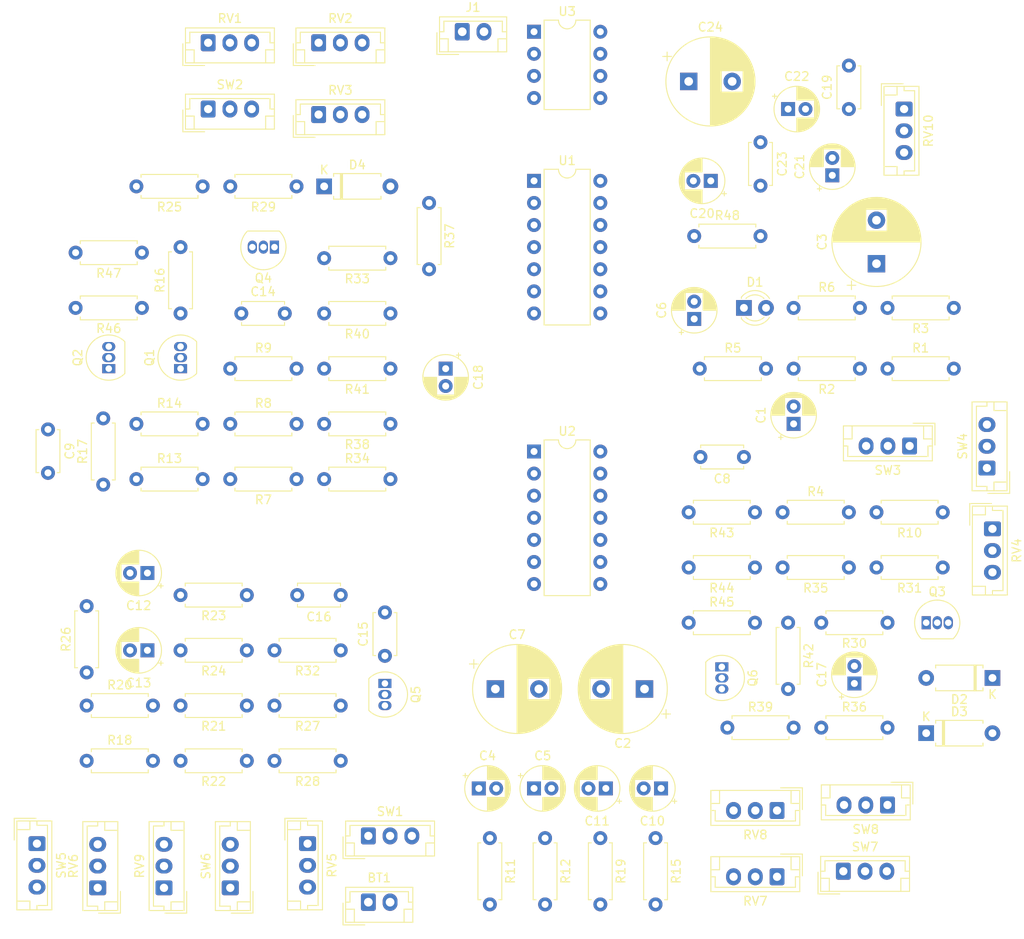
<source format=kicad_pcb>
(kicad_pcb (version 20171130) (host pcbnew "(5.1.10)-1")
  (layers (0 F.Cu signal) (31 B.Cu signal) (34 B.Paste user) (35 F.Paste user) (36 B.SilkS user) (37 F.SilkS user) (38 B.Mask user) (39 F.Mask user) (44 Edge.Cuts user))
  (net 0 "")
  (net 1 BN)
  (net 2 "Net-(BT1-Pad1)")
  (net 3 "Net-(C1-Pad1)")
  (net 4 BP)
  (net 5 "Net-(C3-Pad1)")
  (net 6 VG)
  (net 7 "Net-(C6-Pad1)")
  (net 8 "Net-(C8-Pad2)")
  (net 9 "Net-(C8-Pad1)")
  (net 10 "Net-(C9-Pad1)")
  (net 11 "Net-(C9-Pad2)")
  (net 12 "Net-(C12-Pad2)")
  (net 13 "Net-(C12-Pad1)")
  (net 14 "Net-(C13-Pad1)")
  (net 15 "Net-(C13-Pad2)")
  (net 16 "Net-(C14-Pad1)")
  (net 17 RMP)
  (net 18 "Net-(C15-Pad2)")
  (net 19 "Net-(C15-Pad1)")
  (net 20 A)
  (net 21 "Net-(C16-Pad2)")
  (net 22 "Net-(C17-Pad1)")
  (net 23 "Net-(C18-Pad1)")
  (net 24 "Net-(C19-Pad1)")
  (net 25 "Net-(C21-Pad1)")
  (net 26 "Net-(C22-Pad1)")
  (net 27 "Net-(C22-Pad2)")
  (net 28 "Net-(C23-Pad2)")
  (net 29 "Net-(C23-Pad1)")
  (net 30 "Net-(C24-Pad2)")
  (net 31 "Net-(D1-Pad2)")
  (net 32 "Net-(D2-Pad1)")
  (net 33 "Net-(D2-Pad2)")
  (net 34 "Net-(D3-Pad2)")
  (net 35 "Net-(D4-Pad1)")
  (net 36 "Net-(D4-Pad2)")
  (net 37 "Net-(Q1-Pad1)")
  (net 38 "Net-(Q1-Pad2)")
  (net 39 "Net-(Q3-Pad2)")
  (net 40 "Net-(Q3-Pad1)")
  (net 41 "Net-(Q4-Pad3)")
  (net 42 "Net-(Q5-Pad3)")
  (net 43 AREG)
  (net 44 "Net-(Q6-Pad3)")
  (net 45 "Net-(R1-Pad1)")
  (net 46 "Net-(R4-Pad1)")
  (net 47 "Net-(R7-Pad1)")
  (net 48 "Net-(R14-Pad2)")
  (net 49 "Net-(R8-Pad2)")
  (net 50 "Net-(R9-Pad2)")
  (net 51 "Net-(R18-Pad1)")
  (net 52 "Net-(R21-Pad2)")
  (net 53 "Net-(R21-Pad1)")
  (net 54 "Net-(R30-Pad2)")
  (net 55 "Net-(R33-Pad1)")
  (net 56 "Net-(R34-Pad1)")
  (net 57 "Net-(R36-Pad2)")
  (net 58 "Net-(R40-Pad1)")
  (net 59 "Net-(R43-Pad1)")
  (net 60 "Net-(R43-Pad2)")
  (net 61 SQR)
  (net 62 "Net-(R47-Pad1)")
  (net 63 LFO)
  (net 64 "Net-(RV3-Pad1)")
  (net 65 "Net-(RV5-Pad1)")
  (net 66 "Net-(RV10-Pad2)")
  (module Package_DIP:DIP-14_W7.62mm (layer F.Cu) (at 125.73 93.98)
    (fp_text reference U2 (at 3.81 -2.33) (layer F.SilkS))
    (fp_text value LM324)
    (pad 1 thru_hole rect (at 0 0) (size 1.6 1.6) (drill 0.8) (layers *.Cu *.Mask) (net 20 A))
    (pad 8 thru_hole oval (at 7.62 15.24) (size 1.6 1.6) (drill 0.8) (layers *.Cu *.Mask) (net 38 "Net-(Q1-Pad2)"))
    (pad 2 thru_hole oval (at 0 2.54) (size 1.6 1.6) (drill 0.8) (layers *.Cu *.Mask) (net 18 "Net-(C15-Pad2)"))
    (pad 9 thru_hole oval (at 7.62 12.7) (size 1.6 1.6) (drill 0.8) (layers *.Cu *.Mask) (net 48 "Net-(R14-Pad2)"))
    (pad 3 thru_hole oval (at 0 5.08) (size 1.6 1.6) (drill 0.8) (layers *.Cu *.Mask) (net 6 VG))
    (pad 10 thru_hole oval (at 7.62 10.16) (size 1.6 1.6) (drill 0.8) (layers *.Cu *.Mask) (net 6 VG))
    (pad 4 thru_hole oval (at 0 7.62) (size 1.6 1.6) (drill 0.8) (layers *.Cu *.Mask) (net 4 BP))
    (pad 11 thru_hole oval (at 7.62 7.62) (size 1.6 1.6) (drill 0.8) (layers *.Cu *.Mask) (net 1 BN))
    (pad 5 thru_hole oval (at 0 10.16) (size 1.6 1.6) (drill 0.8) (layers *.Cu *.Mask) (net 58 "Net-(R40-Pad1)"))
    (pad 12 thru_hole oval (at 7.62 5.08) (size 1.6 1.6) (drill 0.8) (layers *.Cu *.Mask) (net 59 "Net-(R43-Pad1)"))
    (pad 6 thru_hole oval (at 0 12.7) (size 1.6 1.6) (drill 0.8) (layers *.Cu *.Mask) (net 23 "Net-(C18-Pad1)"))
    (pad 13 thru_hole oval (at 7.62 2.54) (size 1.6 1.6) (drill 0.8) (layers *.Cu *.Mask) (net 43 AREG))
    (pad 7 thru_hole oval (at 0 15.24) (size 1.6 1.6) (drill 0.8) (layers *.Cu *.Mask) (net 62 "Net-(R47-Pad1)"))
    (pad 14 thru_hole oval (at 7.62 0) (size 1.6 1.6) (drill 0.8) (layers *.Cu *.Mask) (net 60 "Net-(R43-Pad2)"))
  )
  (module Package_DIP:DIP-14_W7.62mm (layer F.Cu) (at 125.73 62.865)
    (fp_text reference U1 (at 3.81 -2.33) (layer F.SilkS))
    (fp_text value LM324)
    (pad 14 thru_hole oval (at 7.62 0) (size 1.6 1.6) (drill 0.8) (layers *.Cu *.Mask) (net 11 "Net-(C9-Pad2)"))
    (pad 7 thru_hole oval (at 0 15.24) (size 1.6 1.6) (drill 0.8) (layers *.Cu *.Mask) (net 36 "Net-(D4-Pad2)"))
    (pad 13 thru_hole oval (at 7.62 2.54) (size 1.6 1.6) (drill 0.8) (layers *.Cu *.Mask) (net 10 "Net-(C9-Pad1)"))
    (pad 6 thru_hole oval (at 0 12.7) (size 1.6 1.6) (drill 0.8) (layers *.Cu *.Mask) (net 56 "Net-(R34-Pad1)"))
    (pad 12 thru_hole oval (at 7.62 5.08) (size 1.6 1.6) (drill 0.8) (layers *.Cu *.Mask) (net 6 VG))
    (pad 5 thru_hole oval (at 0 10.16) (size 1.6 1.6) (drill 0.8) (layers *.Cu *.Mask) (net 55 "Net-(R33-Pad1)"))
    (pad 11 thru_hole oval (at 7.62 7.62) (size 1.6 1.6) (drill 0.8) (layers *.Cu *.Mask) (net 1 BN))
    (pad 4 thru_hole oval (at 0 7.62) (size 1.6 1.6) (drill 0.8) (layers *.Cu *.Mask) (net 4 BP))
    (pad 10 thru_hole oval (at 7.62 10.16) (size 1.6 1.6) (drill 0.8) (layers *.Cu *.Mask) (net 45 "Net-(R1-Pad1)"))
    (pad 3 thru_hole oval (at 0 5.08) (size 1.6 1.6) (drill 0.8) (layers *.Cu *.Mask) (net 6 VG))
    (pad 9 thru_hole oval (at 7.62 12.7) (size 1.6 1.6) (drill 0.8) (layers *.Cu *.Mask) (net 3 "Net-(C1-Pad1)"))
    (pad 2 thru_hole oval (at 0 2.54) (size 1.6 1.6) (drill 0.8) (layers *.Cu *.Mask) (net 16 "Net-(C14-Pad1)"))
    (pad 8 thru_hole oval (at 7.62 15.24) (size 1.6 1.6) (drill 0.8) (layers *.Cu *.Mask) (net 8 "Net-(C8-Pad2)"))
    (pad 1 thru_hole rect (at 0 0) (size 1.6 1.6) (drill 0.8) (layers *.Cu *.Mask) (net 17 RMP))
  )
  (module Connector_JST:JST_EH_B2B-EH-A_1x02_P2.50mm_Vertical (layer F.Cu) (at 106.68 145.796)
    (fp_text reference BT1 (at 1.25 -2.8) (layer F.SilkS))
    (fp_text value 9V)
    (pad 2 thru_hole oval (at 2.5 0) (size 1.7 2) (drill 1) (layers *.Cu *.Mask) (net 1 BN))
    (pad 1 thru_hole roundrect (at 0 0) (size 1.7 2) (drill 1) (layers *.Cu *.Mask) (roundrect_rratio 0.147059) (net 2 "Net-(BT1-Pad1)"))
  )
  (module Capacitor_THT:CP_Radial_D5.0mm_P2.00mm (layer F.Cu) (at 155.575 90.805 90)
    (fp_text reference C1 (at 1 -3.75 90) (layer F.SilkS))
    (fp_text value 1uF)
    (pad 2 thru_hole circle (at 2 0 90) (size 1.6 1.6) (drill 0.8) (layers *.Cu *.Mask) (net 1 BN))
    (pad 1 thru_hole rect (at 0 0 90) (size 1.6 1.6) (drill 0.8) (layers *.Cu *.Mask) (net 3 "Net-(C1-Pad1)"))
  )
  (module Capacitor_THT:CP_Radial_D10.0mm_P5.00mm (layer F.Cu) (at 138.43 121.285 180)
    (fp_text reference C2 (at 2.5 -6.25) (layer F.SilkS))
    (fp_text value 470uF)
    (pad 2 thru_hole circle (at 5 0 180) (size 2 2) (drill 1) (layers *.Cu *.Mask) (net 1 BN))
    (pad 1 thru_hole rect (at 0 0 180) (size 2 2) (drill 1) (layers *.Cu *.Mask) (net 4 BP))
  )
  (module Capacitor_THT:CP_Radial_D10.0mm_P5.00mm (layer F.Cu) (at 165.1 72.39 90)
    (fp_text reference C3 (at 2.5 -6.25 90) (layer F.SilkS))
    (fp_text value 470uF)
    (pad 1 thru_hole rect (at 0 0 90) (size 2 2) (drill 1) (layers *.Cu *.Mask) (net 5 "Net-(C3-Pad1)"))
    (pad 2 thru_hole circle (at 5 0 90) (size 2 2) (drill 1) (layers *.Cu *.Mask) (net 1 BN))
  )
  (module Capacitor_THT:CP_Radial_D5.0mm_P2.00mm (layer F.Cu) (at 119.38 132.715)
    (fp_text reference C4 (at 1 -3.75) (layer F.SilkS))
    (fp_text value 10uF)
    (pad 1 thru_hole rect (at 0 0) (size 1.6 1.6) (drill 0.8) (layers *.Cu *.Mask) (net 4 BP))
    (pad 2 thru_hole circle (at 2 0) (size 1.6 1.6) (drill 0.8) (layers *.Cu *.Mask) (net 6 VG))
  )
  (module Capacitor_THT:CP_Radial_D5.0mm_P2.00mm (layer F.Cu) (at 125.73 132.715)
    (fp_text reference C5 (at 1 -3.75) (layer F.SilkS))
    (fp_text value 10uF)
    (pad 1 thru_hole rect (at 0 0) (size 1.6 1.6) (drill 0.8) (layers *.Cu *.Mask) (net 6 VG))
    (pad 2 thru_hole circle (at 2 0) (size 1.6 1.6) (drill 0.8) (layers *.Cu *.Mask) (net 1 BN))
  )
  (module Capacitor_THT:CP_Radial_D5.0mm_P2.00mm (layer F.Cu) (at 144.145 78.74 90)
    (fp_text reference C6 (at 1 -3.75 90) (layer F.SilkS))
    (fp_text value 1uF)
    (pad 1 thru_hole rect (at 0 0 90) (size 1.6 1.6) (drill 0.8) (layers *.Cu *.Mask) (net 7 "Net-(C6-Pad1)"))
    (pad 2 thru_hole circle (at 2 0 90) (size 1.6 1.6) (drill 0.8) (layers *.Cu *.Mask) (net 1 BN))
  )
  (module Capacitor_THT:CP_Radial_D10.0mm_P5.00mm (layer F.Cu) (at 121.285 121.285)
    (fp_text reference C7 (at 2.5 -6.25) (layer F.SilkS))
    (fp_text value 470uF)
    (pad 1 thru_hole rect (at 0 0) (size 2 2) (drill 1) (layers *.Cu *.Mask) (net 6 VG))
    (pad 2 thru_hole circle (at 5 0) (size 2 2) (drill 1) (layers *.Cu *.Mask) (net 1 BN))
  )
  (module Capacitor_THT:C_Disc_D4.7mm_W2.5mm_P5.00mm (layer F.Cu) (at 149.86 94.615 180)
    (fp_text reference C8 (at 2.5 -2.5) (layer F.SilkS))
    (fp_text value 1nF)
    (pad 2 thru_hole circle (at 5 0 180) (size 1.6 1.6) (drill 0.8) (layers *.Cu *.Mask) (net 8 "Net-(C8-Pad2)"))
    (pad 1 thru_hole circle (at 0 0 180) (size 1.6 1.6) (drill 0.8) (layers *.Cu *.Mask) (net 9 "Net-(C8-Pad1)"))
  )
  (module Capacitor_THT:C_Disc_D4.7mm_W2.5mm_P5.00mm (layer F.Cu) (at 69.85 91.44 270)
    (fp_text reference C9 (at 2.5 -2.5 90) (layer F.SilkS))
    (fp_text value 100pF)
    (pad 2 thru_hole circle (at 5 0 270) (size 1.6 1.6) (drill 0.8) (layers *.Cu *.Mask) (net 11 "Net-(C9-Pad2)"))
    (pad 1 thru_hole circle (at 0 0 270) (size 1.6 1.6) (drill 0.8) (layers *.Cu *.Mask) (net 10 "Net-(C9-Pad1)"))
  )
  (module Capacitor_THT:CP_Radial_D5.0mm_P2.00mm (layer F.Cu) (at 140.335 132.715 180)
    (fp_text reference C10 (at 1 -3.75) (layer F.SilkS))
    (fp_text value 10uF)
    (pad 1 thru_hole rect (at 0 0 180) (size 1.6 1.6) (drill 0.8) (layers *.Cu *.Mask) (net 4 BP))
    (pad 2 thru_hole circle (at 2 0 180) (size 1.6 1.6) (drill 0.8) (layers *.Cu *.Mask) (net 6 VG))
  )
  (module Capacitor_THT:CP_Radial_D5.0mm_P2.00mm (layer F.Cu) (at 133.985 132.715 180)
    (fp_text reference C11 (at 1 -3.75) (layer F.SilkS))
    (fp_text value 10uF)
    (pad 2 thru_hole circle (at 2 0 180) (size 1.6 1.6) (drill 0.8) (layers *.Cu *.Mask) (net 1 BN))
    (pad 1 thru_hole rect (at 0 0 180) (size 1.6 1.6) (drill 0.8) (layers *.Cu *.Mask) (net 6 VG))
  )
  (module Capacitor_THT:CP_Radial_D5.0mm_P2.00mm (layer F.Cu) (at 81.28 107.95 180)
    (fp_text reference C12 (at 1 -3.75) (layer F.SilkS))
    (fp_text value 0.1uF)
    (pad 2 thru_hole circle (at 2 0 180) (size 1.6 1.6) (drill 0.8) (layers *.Cu *.Mask) (net 12 "Net-(C12-Pad2)"))
    (pad 1 thru_hole rect (at 0 0 180) (size 1.6 1.6) (drill 0.8) (layers *.Cu *.Mask) (net 13 "Net-(C12-Pad1)"))
  )
  (module Capacitor_THT:CP_Radial_D5.0mm_P2.00mm (layer F.Cu) (at 81.28 116.84 180)
    (fp_text reference C13 (at 1 -3.75) (layer F.SilkS))
    (fp_text value 0.1uF)
    (pad 1 thru_hole rect (at 0 0 180) (size 1.6 1.6) (drill 0.8) (layers *.Cu *.Mask) (net 14 "Net-(C13-Pad1)"))
    (pad 2 thru_hole circle (at 2 0 180) (size 1.6 1.6) (drill 0.8) (layers *.Cu *.Mask) (net 15 "Net-(C13-Pad2)"))
  )
  (module Capacitor_THT:C_Disc_D4.7mm_W2.5mm_P5.00mm (layer F.Cu) (at 92.075 78.105)
    (fp_text reference C14 (at 2.5 -2.5) (layer F.SilkS))
    (fp_text value .001uF)
    (pad 2 thru_hole circle (at 5 0) (size 1.6 1.6) (drill 0.8) (layers *.Cu *.Mask) (net 17 RMP))
    (pad 1 thru_hole circle (at 0 0) (size 1.6 1.6) (drill 0.8) (layers *.Cu *.Mask) (net 16 "Net-(C14-Pad1)"))
  )
  (module Capacitor_THT:C_Disc_D4.7mm_W2.5mm_P5.00mm (layer F.Cu) (at 108.585 117.475 90)
    (fp_text reference C15 (at 2.5 -2.5 90) (layer F.SilkS))
    (fp_text value .001uF)
    (pad 2 thru_hole circle (at 5 0 90) (size 1.6 1.6) (drill 0.8) (layers *.Cu *.Mask) (net 18 "Net-(C15-Pad2)"))
    (pad 1 thru_hole circle (at 0 0 90) (size 1.6 1.6) (drill 0.8) (layers *.Cu *.Mask) (net 19 "Net-(C15-Pad1)"))
  )
  (module Capacitor_THT:C_Disc_D4.7mm_W2.5mm_P5.00mm (layer F.Cu) (at 103.505 110.49 180)
    (fp_text reference C16 (at 2.5 -2.5) (layer F.SilkS))
    (fp_text value .001uF)
    (pad 1 thru_hole circle (at 0 0 180) (size 1.6 1.6) (drill 0.8) (layers *.Cu *.Mask) (net 20 A))
    (pad 2 thru_hole circle (at 5 0 180) (size 1.6 1.6) (drill 0.8) (layers *.Cu *.Mask) (net 21 "Net-(C16-Pad2)"))
  )
  (module Capacitor_THT:CP_Radial_D5.0mm_P2.00mm (layer F.Cu) (at 162.56 120.65 90)
    (fp_text reference C17 (at 1 -3.75 90) (layer F.SilkS))
    (fp_text value 4.7uF)
    (pad 2 thru_hole circle (at 2 0 90) (size 1.6 1.6) (drill 0.8) (layers *.Cu *.Mask) (net 1 BN))
    (pad 1 thru_hole rect (at 0 0 90) (size 1.6 1.6) (drill 0.8) (layers *.Cu *.Mask) (net 22 "Net-(C17-Pad1)"))
  )
  (module Capacitor_THT:CP_Radial_D5.0mm_P2.00mm (layer F.Cu) (at 115.57 84.455 270)
    (fp_text reference C18 (at 1 -3.75 90) (layer F.SilkS))
    (fp_text value 0.1uF)
    (pad 2 thru_hole circle (at 2 0 270) (size 1.6 1.6) (drill 0.8) (layers *.Cu *.Mask) (net 1 BN))
    (pad 1 thru_hole rect (at 0 0 270) (size 1.6 1.6) (drill 0.8) (layers *.Cu *.Mask) (net 23 "Net-(C18-Pad1)"))
  )
  (module Capacitor_THT:C_Disc_D4.7mm_W2.5mm_P5.00mm (layer F.Cu) (at 161.925 54.61 90)
    (fp_text reference C19 (at 2.5 -2.5 90) (layer F.SilkS))
    (fp_text value 1uF)
    (pad 1 thru_hole circle (at 0 0 90) (size 1.6 1.6) (drill 0.8) (layers *.Cu *.Mask) (net 24 "Net-(C19-Pad1)"))
    (pad 2 thru_hole circle (at 5 0 90) (size 1.6 1.6) (drill 0.8) (layers *.Cu *.Mask) (net 20 A))
  )
  (module Capacitor_THT:CP_Radial_D5.0mm_P2.00mm (layer F.Cu) (at 146.05 62.865 180)
    (fp_text reference C20 (at 1 -3.75) (layer F.SilkS))
    (fp_text value 0.1uF)
    (pad 2 thru_hole circle (at 2 0 180) (size 1.6 1.6) (drill 0.8) (layers *.Cu *.Mask) (net 1 BN))
    (pad 1 thru_hole rect (at 0 0 180) (size 1.6 1.6) (drill 0.8) (layers *.Cu *.Mask) (net 4 BP))
  )
  (module Capacitor_THT:CP_Radial_D5.0mm_P2.00mm (layer F.Cu) (at 160.02 62.23 90)
    (fp_text reference C21 (at 1 -3.75 90) (layer F.SilkS))
    (fp_text value 10uF)
    (pad 2 thru_hole circle (at 2 0 90) (size 1.6 1.6) (drill 0.8) (layers *.Cu *.Mask) (net 1 BN))
    (pad 1 thru_hole rect (at 0 0 90) (size 1.6 1.6) (drill 0.8) (layers *.Cu *.Mask) (net 25 "Net-(C21-Pad1)"))
  )
  (module Capacitor_THT:CP_Radial_D5.0mm_P2.00mm (layer F.Cu) (at 154.94 54.61)
    (fp_text reference C22 (at 1 -3.75) (layer F.SilkS))
    (fp_text value 10uF)
    (pad 1 thru_hole rect (at 0 0) (size 1.6 1.6) (drill 0.8) (layers *.Cu *.Mask) (net 26 "Net-(C22-Pad1)"))
    (pad 2 thru_hole circle (at 2 0) (size 1.6 1.6) (drill 0.8) (layers *.Cu *.Mask) (net 27 "Net-(C22-Pad2)"))
  )
  (module Capacitor_THT:C_Disc_D4.7mm_W2.5mm_P5.00mm (layer F.Cu) (at 151.765 58.42 270)
    (fp_text reference C23 (at 2.5 -2.5 90) (layer F.SilkS))
    (fp_text value .047uF)
    (pad 2 thru_hole circle (at 5 0 270) (size 1.6 1.6) (drill 0.8) (layers *.Cu *.Mask) (net 28 "Net-(C23-Pad2)"))
    (pad 1 thru_hole circle (at 0 0 270) (size 1.6 1.6) (drill 0.8) (layers *.Cu *.Mask) (net 29 "Net-(C23-Pad1)"))
  )
  (module Capacitor_THT:CP_Radial_D10.0mm_P5.00mm (layer F.Cu) (at 143.51 51.435)
    (fp_text reference C24 (at 2.5 -6.25) (layer F.SilkS))
    (fp_text value 220uF)
    (pad 2 thru_hole circle (at 5 0) (size 2 2) (drill 1) (layers *.Cu *.Mask) (net 30 "Net-(C24-Pad2)"))
    (pad 1 thru_hole rect (at 0 0) (size 2 2) (drill 1) (layers *.Cu *.Mask) (net 29 "Net-(C23-Pad1)"))
  )
  (module LED_THT:LED_D3.0mm (layer F.Cu) (at 149.86 77.47)
    (fp_text reference D1 (at 1.27 -2.96) (layer F.SilkS))
    (fp_text value LED)
    (pad 1 thru_hole rect (at 0 0) (size 1.8 1.8) (drill 0.9) (layers *.Cu *.Mask) (net 8 "Net-(C8-Pad2)"))
    (pad 2 thru_hole circle (at 2.54 0) (size 1.8 1.8) (drill 0.9) (layers *.Cu *.Mask) (net 31 "Net-(D1-Pad2)"))
  )
  (module Diode_THT:D_A-405_P7.62mm_Horizontal (layer F.Cu) (at 178.435 120.015 180)
    (fp_text reference D2 (at 3.81 -2.47) (layer F.SilkS))
    (fp_text value D)
    (fp_text user K (at 0 -1.9) (layer F.SilkS))
    (pad 1 thru_hole rect (at 0 0 180) (size 1.8 1.8) (drill 0.9) (layers *.Cu *.Mask) (net 32 "Net-(D2-Pad1)"))
    (pad 2 thru_hole oval (at 7.62 0 180) (size 1.8 1.8) (drill 0.9) (layers *.Cu *.Mask) (net 33 "Net-(D2-Pad2)"))
  )
  (module Diode_THT:D_A-405_P7.62mm_Horizontal (layer F.Cu) (at 170.815 126.365)
    (fp_text reference D3 (at 3.81 -2.47) (layer F.SilkS))
    (fp_text value D)
    (fp_text user K (at 0 -1.9) (layer F.SilkS))
    (pad 2 thru_hole oval (at 7.62 0) (size 1.8 1.8) (drill 0.9) (layers *.Cu *.Mask) (net 34 "Net-(D3-Pad2)"))
    (pad 1 thru_hole rect (at 0 0) (size 1.8 1.8) (drill 0.9) (layers *.Cu *.Mask) (net 33 "Net-(D2-Pad2)"))
  )
  (module Diode_THT:D_A-405_P7.62mm_Horizontal (layer F.Cu) (at 101.6 63.5)
    (fp_text reference D4 (at 3.81 -2.47) (layer F.SilkS))
    (fp_text value D)
    (fp_text user K (at 0 -1.9) (layer F.SilkS))
    (pad 2 thru_hole oval (at 7.62 0) (size 1.8 1.8) (drill 0.9) (layers *.Cu *.Mask) (net 36 "Net-(D4-Pad2)"))
    (pad 1 thru_hole rect (at 0 0) (size 1.8 1.8) (drill 0.9) (layers *.Cu *.Mask) (net 35 "Net-(D4-Pad1)"))
  )
  (module Connector_JST:JST_EH_B2B-EH-A_1x02_P2.50mm_Vertical (layer F.Cu) (at 117.475 45.72)
    (fp_text reference J1 (at 1.25 -2.8) (layer F.SilkS))
    (fp_text value SPKR)
    (pad 1 thru_hole roundrect (at 0 0) (size 1.7 2) (drill 1) (layers *.Cu *.Mask) (roundrect_rratio 0.147059) (net 30 "Net-(C24-Pad2)"))
    (pad 2 thru_hole oval (at 2.5 0) (size 1.7 2) (drill 1) (layers *.Cu *.Mask) (net 1 BN))
  )
  (module Package_TO_SOT_THT:TO-92_Inline (layer F.Cu) (at 85.09 84.455 90)
    (fp_text reference Q1 (at 1.27 -3.56 90) (layer F.SilkS))
    (fp_text value 2N3904)
    (pad 2 thru_hole oval (at 1.27 0 90) (size 1.05 1.5) (drill 0.75) (layers *.Cu *.Mask) (net 38 "Net-(Q1-Pad2)"))
    (pad 3 thru_hole oval (at 2.54 0 90) (size 1.05 1.5) (drill 0.75) (layers *.Cu *.Mask) (net 10 "Net-(C9-Pad1)"))
    (pad 1 thru_hole rect (at 0 0 90) (size 1.05 1.5) (drill 0.75) (layers *.Cu *.Mask) (net 37 "Net-(Q1-Pad1)"))
  )
  (module Package_TO_SOT_THT:TO-92_Inline (layer F.Cu) (at 76.835 84.455 90)
    (fp_text reference Q2 (at 1.27 -3.56 90) (layer F.SilkS))
    (fp_text value 2N3904)
    (pad 1 thru_hole rect (at 0 0 90) (size 1.05 1.5) (drill 0.75) (layers *.Cu *.Mask) (net 37 "Net-(Q1-Pad1)"))
    (pad 3 thru_hole oval (at 2.54 0 90) (size 1.05 1.5) (drill 0.75) (layers *.Cu *.Mask) (net 16 "Net-(C14-Pad1)"))
    (pad 2 thru_hole oval (at 1.27 0 90) (size 1.05 1.5) (drill 0.75) (layers *.Cu *.Mask) (net 6 VG))
  )
  (module Package_TO_SOT_THT:TO-92_Inline (layer F.Cu) (at 170.815 113.665)
    (fp_text reference Q3 (at 1.27 -3.56) (layer F.SilkS))
    (fp_text value 2N3906)
    (pad 2 thru_hole oval (at 1.27 0) (size 1.05 1.5) (drill 0.75) (layers *.Cu *.Mask) (net 39 "Net-(Q3-Pad2)"))
    (pad 3 thru_hole oval (at 2.54 0) (size 1.05 1.5) (drill 0.75) (layers *.Cu *.Mask) (net 1 BN))
    (pad 1 thru_hole rect (at 0 0) (size 1.05 1.5) (drill 0.75) (layers *.Cu *.Mask) (net 40 "Net-(Q3-Pad1)"))
  )
  (module Package_TO_SOT_THT:TO-92_Inline (layer F.Cu) (at 95.885 70.485 180)
    (fp_text reference Q4 (at 1.27 -3.56) (layer F.SilkS))
    (fp_text value 2N5457)
    (pad 2 thru_hole oval (at 1.27 0 180) (size 1.05 1.5) (drill 0.75) (layers *.Cu *.Mask) (net 16 "Net-(C14-Pad1)"))
    (pad 3 thru_hole oval (at 2.54 0 180) (size 1.05 1.5) (drill 0.75) (layers *.Cu *.Mask) (net 41 "Net-(Q4-Pad3)"))
    (pad 1 thru_hole rect (at 0 0 180) (size 1.05 1.5) (drill 0.75) (layers *.Cu *.Mask) (net 17 RMP))
  )
  (module Package_TO_SOT_THT:TO-92_Inline (layer F.Cu) (at 108.585 120.65 270)
    (fp_text reference Q5 (at 1.27 -3.56 90) (layer F.SilkS))
    (fp_text value 2N5457)
    (pad 1 thru_hole rect (at 0 0 270) (size 1.05 1.5) (drill 0.75) (layers *.Cu *.Mask) (net 19 "Net-(C15-Pad1)"))
    (pad 3 thru_hole oval (at 2.54 0 270) (size 1.05 1.5) (drill 0.75) (layers *.Cu *.Mask) (net 42 "Net-(Q5-Pad3)"))
    (pad 2 thru_hole oval (at 1.27 0 270) (size 1.05 1.5) (drill 0.75) (layers *.Cu *.Mask) (net 6 VG))
  )
  (module Package_TO_SOT_THT:TO-92_Inline (layer F.Cu) (at 147.32 118.745 270)
    (fp_text reference Q6 (at 1.27 -3.56 90) (layer F.SilkS))
    (fp_text value 2N5457)
    (pad 2 thru_hole oval (at 1.27 0 270) (size 1.05 1.5) (drill 0.75) (layers *.Cu *.Mask) (net 43 AREG))
    (pad 3 thru_hole oval (at 2.54 0 270) (size 1.05 1.5) (drill 0.75) (layers *.Cu *.Mask) (net 44 "Net-(Q6-Pad3)"))
    (pad 1 thru_hole rect (at 0 0 270) (size 1.05 1.5) (drill 0.75) (layers *.Cu *.Mask) (net 4 BP))
  )
  (module Resistor_THT:R_Axial_DIN0207_L6.3mm_D2.5mm_P7.62mm_Horizontal (layer F.Cu) (at 166.37 84.455)
    (fp_text reference R1 (at 3.81 -2.37) (layer F.SilkS))
    (fp_text value 100k)
    (pad 2 thru_hole oval (at 7.62 0) (size 1.6 1.6) (drill 0.8) (layers *.Cu *.Mask) (net 4 BP))
    (pad 1 thru_hole circle (at 0 0) (size 1.6 1.6) (drill 0.8) (layers *.Cu *.Mask) (net 45 "Net-(R1-Pad1)"))
  )
  (module Resistor_THT:R_Axial_DIN0207_L6.3mm_D2.5mm_P7.62mm_Horizontal (layer F.Cu) (at 163.195 84.455 180)
    (fp_text reference R2 (at 3.81 -2.37) (layer F.SilkS))
    (fp_text value 100k)
    (pad 1 thru_hole circle (at 0 0 180) (size 1.6 1.6) (drill 0.8) (layers *.Cu *.Mask) (net 45 "Net-(R1-Pad1)"))
    (pad 2 thru_hole oval (at 7.62 0 180) (size 1.6 1.6) (drill 0.8) (layers *.Cu *.Mask) (net 1 BN))
  )
  (module Resistor_THT:R_Axial_DIN0207_L6.3mm_D2.5mm_P7.62mm_Horizontal (layer F.Cu) (at 173.99 77.47 180)
    (fp_text reference R3 (at 3.81 -2.37) (layer F.SilkS))
    (fp_text value 3k)
    (pad 1 thru_hole circle (at 0 0 180) (size 1.6 1.6) (drill 0.8) (layers *.Cu *.Mask) (net 5 "Net-(C3-Pad1)"))
    (pad 2 thru_hole oval (at 7.62 0 180) (size 1.6 1.6) (drill 0.8) (layers *.Cu *.Mask) (net 4 BP))
  )
  (module Resistor_THT:R_Axial_DIN0207_L6.3mm_D2.5mm_P7.62mm_Horizontal (layer F.Cu) (at 154.305 100.965)
    (fp_text reference R4 (at 3.81 -2.37) (layer F.SilkS))
    (fp_text value 3k)
    (pad 2 thru_hole oval (at 7.62 0) (size 1.6 1.6) (drill 0.8) (layers *.Cu *.Mask) (net 3 "Net-(C1-Pad1)"))
    (pad 1 thru_hole circle (at 0 0) (size 1.6 1.6) (drill 0.8) (layers *.Cu *.Mask) (net 46 "Net-(R4-Pad1)"))
  )
  (module Resistor_THT:R_Axial_DIN0207_L6.3mm_D2.5mm_P7.62mm_Horizontal (layer F.Cu) (at 144.78 84.455)
    (fp_text reference R5 (at 3.81 -2.37) (layer F.SilkS))
    (fp_text value 100k)
    (pad 2 thru_hole oval (at 7.62 0) (size 1.6 1.6) (drill 0.8) (layers *.Cu *.Mask) (net 45 "Net-(R1-Pad1)"))
    (pad 1 thru_hole circle (at 0 0) (size 1.6 1.6) (drill 0.8) (layers *.Cu *.Mask) (net 8 "Net-(C8-Pad2)"))
  )
  (module Resistor_THT:R_Axial_DIN0207_L6.3mm_D2.5mm_P7.62mm_Horizontal (layer F.Cu) (at 155.575 77.47)
    (fp_text reference R6 (at 3.81 -2.37) (layer F.SilkS))
    (fp_text value 3k)
    (pad 1 thru_hole circle (at 0 0) (size 1.6 1.6) (drill 0.8) (layers *.Cu *.Mask) (net 31 "Net-(D1-Pad2)"))
    (pad 2 thru_hole oval (at 7.62 0) (size 1.6 1.6) (drill 0.8) (layers *.Cu *.Mask) (net 5 "Net-(C3-Pad1)"))
  )
  (module Resistor_THT:R_Axial_DIN0207_L6.3mm_D2.5mm_P7.62mm_Horizontal (layer F.Cu) (at 98.425 97.155 180)
    (fp_text reference R7 (at 3.81 -2.37) (layer F.SilkS))
    (fp_text value 47k)
    (pad 2 thru_hole oval (at 7.62 0 180) (size 1.6 1.6) (drill 0.8) (layers *.Cu *.Mask) (net 48 "Net-(R14-Pad2)"))
    (pad 1 thru_hole circle (at 0 0 180) (size 1.6 1.6) (drill 0.8) (layers *.Cu *.Mask) (net 47 "Net-(R7-Pad1)"))
  )
  (module Resistor_THT:R_Axial_DIN0207_L6.3mm_D2.5mm_P7.62mm_Horizontal (layer F.Cu) (at 90.805 90.805)
    (fp_text reference R8 (at 3.81 -2.37) (layer F.SilkS))
    (fp_text value 100k)
    (pad 1 thru_hole circle (at 0 0) (size 1.6 1.6) (drill 0.8) (layers *.Cu *.Mask) (net 48 "Net-(R14-Pad2)"))
    (pad 2 thru_hole oval (at 7.62 0) (size 1.6 1.6) (drill 0.8) (layers *.Cu *.Mask) (net 49 "Net-(R8-Pad2)"))
  )
  (module Resistor_THT:R_Axial_DIN0207_L6.3mm_D2.5mm_P7.62mm_Horizontal (layer F.Cu) (at 90.805 84.455)
    (fp_text reference R9 (at 3.81 -2.37) (layer F.SilkS))
    (fp_text value 36k)
    (pad 2 thru_hole oval (at 7.62 0) (size 1.6 1.6) (drill 0.8) (layers *.Cu *.Mask) (net 50 "Net-(R9-Pad2)"))
    (pad 1 thru_hole circle (at 0 0) (size 1.6 1.6) (drill 0.8) (layers *.Cu *.Mask) (net 48 "Net-(R14-Pad2)"))
  )
  (module Resistor_THT:R_Axial_DIN0207_L6.3mm_D2.5mm_P7.62mm_Horizontal (layer F.Cu) (at 172.72 100.965 180)
    (fp_text reference R10 (at 3.81 -2.37) (layer F.SilkS))
    (fp_text value 20k)
    (pad 2 thru_hole oval (at 7.62 0 180) (size 1.6 1.6) (drill 0.8) (layers *.Cu *.Mask) (net 8 "Net-(C8-Pad2)"))
    (pad 1 thru_hole circle (at 0 0 180) (size 1.6 1.6) (drill 0.8) (layers *.Cu *.Mask) (net 7 "Net-(C6-Pad1)"))
  )
  (module Resistor_THT:R_Axial_DIN0207_L6.3mm_D2.5mm_P7.62mm_Horizontal (layer F.Cu) (at 120.65 138.43 270)
    (fp_text reference R11 (at 3.81 -2.37 90) (layer F.SilkS))
    (fp_text value 4.7k)
    (pad 1 thru_hole circle (at 0 0 270) (size 1.6 1.6) (drill 0.8) (layers *.Cu *.Mask) (net 4 BP))
    (pad 2 thru_hole oval (at 7.62 0 270) (size 1.6 1.6) (drill 0.8) (layers *.Cu *.Mask) (net 6 VG))
  )
  (module Resistor_THT:R_Axial_DIN0207_L6.3mm_D2.5mm_P7.62mm_Horizontal (layer F.Cu) (at 127 138.43 270)
    (fp_text reference R12 (at 3.81 -2.37 90) (layer F.SilkS))
    (fp_text value 4.7k)
    (pad 1 thru_hole circle (at 0 0 270) (size 1.6 1.6) (drill 0.8) (layers *.Cu *.Mask) (net 1 BN))
    (pad 2 thru_hole oval (at 7.62 0 270) (size 1.6 1.6) (drill 0.8) (layers *.Cu *.Mask) (net 6 VG))
  )
  (module Resistor_THT:R_Axial_DIN0207_L6.3mm_D2.5mm_P7.62mm_Horizontal (layer F.Cu) (at 80.01 97.155)
    (fp_text reference R13 (at 3.81 -2.37) (layer F.SilkS))
    (fp_text value 270k)
    (pad 1 thru_hole circle (at 0 0) (size 1.6 1.6) (drill 0.8) (layers *.Cu *.Mask) (net 38 "Net-(Q1-Pad2)"))
    (pad 2 thru_hole oval (at 7.62 0) (size 1.6 1.6) (drill 0.8) (layers *.Cu *.Mask) (net 4 BP))
  )
  (module Resistor_THT:R_Axial_DIN0207_L6.3mm_D2.5mm_P7.62mm_Horizontal (layer F.Cu) (at 80.01 90.805)
    (fp_text reference R14 (at 3.81 -2.37) (layer F.SilkS))
    (fp_text value 2k)
    (pad 2 thru_hole oval (at 7.62 0) (size 1.6 1.6) (drill 0.8) (layers *.Cu *.Mask) (net 48 "Net-(R14-Pad2)"))
    (pad 1 thru_hole circle (at 0 0) (size 1.6 1.6) (drill 0.8) (layers *.Cu *.Mask) (net 38 "Net-(Q1-Pad2)"))
  )
  (module Resistor_THT:R_Axial_DIN0207_L6.3mm_D2.5mm_P7.62mm_Horizontal (layer F.Cu) (at 139.7 138.43 270)
    (fp_text reference R15 (at 3.81 -2.37 90) (layer F.SilkS))
    (fp_text value 4.7k)
    (pad 1 thru_hole circle (at 0 0 270) (size 1.6 1.6) (drill 0.8) (layers *.Cu *.Mask) (net 4 BP))
    (pad 2 thru_hole oval (at 7.62 0 270) (size 1.6 1.6) (drill 0.8) (layers *.Cu *.Mask) (net 6 VG))
  )
  (module Resistor_THT:R_Axial_DIN0207_L6.3mm_D2.5mm_P7.62mm_Horizontal (layer F.Cu) (at 85.09 78.105 90)
    (fp_text reference R16 (at 3.81 -2.37 90) (layer F.SilkS))
    (fp_text value 2M)
    (pad 2 thru_hole oval (at 7.62 0 90) (size 1.6 1.6) (drill 0.8) (layers *.Cu *.Mask) (net 4 BP))
    (pad 1 thru_hole circle (at 0 0 90) (size 1.6 1.6) (drill 0.8) (layers *.Cu *.Mask) (net 10 "Net-(C9-Pad1)"))
  )
  (module Resistor_THT:R_Axial_DIN0207_L6.3mm_D2.5mm_P7.62mm_Horizontal (layer F.Cu) (at 76.2 97.79 90)
    (fp_text reference R17 (at 3.81 -2.37 90) (layer F.SilkS))
    (fp_text value 10k)
    (pad 1 thru_hole circle (at 0 0 90) (size 1.6 1.6) (drill 0.8) (layers *.Cu *.Mask) (net 37 "Net-(Q1-Pad1)"))
    (pad 2 thru_hole oval (at 7.62 0 90) (size 1.6 1.6) (drill 0.8) (layers *.Cu *.Mask) (net 11 "Net-(C9-Pad2)"))
  )
  (module Resistor_THT:R_Axial_DIN0207_L6.3mm_D2.5mm_P7.62mm_Horizontal (layer F.Cu) (at 74.295 129.54)
    (fp_text reference R18 (at 3.81 -2.37) (layer F.SilkS))
    (fp_text value 27k)
    (pad 2 thru_hole oval (at 7.62 0) (size 1.6 1.6) (drill 0.8) (layers *.Cu *.Mask) (net 1 BN))
    (pad 1 thru_hole circle (at 0 0) (size 1.6 1.6) (drill 0.8) (layers *.Cu *.Mask) (net 51 "Net-(R18-Pad1)"))
  )
  (module Resistor_THT:R_Axial_DIN0207_L6.3mm_D2.5mm_P7.62mm_Horizontal (layer F.Cu) (at 133.35 138.43 270)
    (fp_text reference R19 (at 3.81 -2.37 90) (layer F.SilkS))
    (fp_text value 4.7k)
    (pad 2 thru_hole oval (at 7.62 0 270) (size 1.6 1.6) (drill 0.8) (layers *.Cu *.Mask) (net 6 VG))
    (pad 1 thru_hole circle (at 0 0 270) (size 1.6 1.6) (drill 0.8) (layers *.Cu *.Mask) (net 1 BN))
  )
  (module Resistor_THT:R_Axial_DIN0207_L6.3mm_D2.5mm_P7.62mm_Horizontal (layer F.Cu) (at 74.295 123.19)
    (fp_text reference R20 (at 3.81 -2.37) (layer F.SilkS))
    (fp_text value 47k)
    (pad 1 thru_hole circle (at 0 0) (size 1.6 1.6) (drill 0.8) (layers *.Cu *.Mask) (net 6 VG))
    (pad 2 thru_hole oval (at 7.62 0) (size 1.6 1.6) (drill 0.8) (layers *.Cu *.Mask) (net 15 "Net-(C13-Pad2)"))
  )
  (module Resistor_THT:R_Axial_DIN0207_L6.3mm_D2.5mm_P7.62mm_Horizontal (layer F.Cu) (at 92.71 123.19 180)
    (fp_text reference R21 (at 3.81 -2.37) (layer F.SilkS))
    (fp_text value 39k)
    (pad 2 thru_hole oval (at 7.62 0 180) (size 1.6 1.6) (drill 0.8) (layers *.Cu *.Mask) (net 52 "Net-(R21-Pad2)"))
    (pad 1 thru_hole circle (at 0 0 180) (size 1.6 1.6) (drill 0.8) (layers *.Cu *.Mask) (net 53 "Net-(R21-Pad1)"))
  )
  (module Resistor_THT:R_Axial_DIN0207_L6.3mm_D2.5mm_P7.62mm_Horizontal (layer F.Cu) (at 92.71 129.54 180)
    (fp_text reference R22 (at 3.81 -2.37) (layer F.SilkS))
    (fp_text value 100k)
    (pad 2 thru_hole oval (at 7.62 0 180) (size 1.6 1.6) (drill 0.8) (layers *.Cu *.Mask) (net 4 BP))
    (pad 1 thru_hole circle (at 0 0 180) (size 1.6 1.6) (drill 0.8) (layers *.Cu *.Mask) (net 53 "Net-(R21-Pad1)"))
  )
  (module Resistor_THT:R_Axial_DIN0207_L6.3mm_D2.5mm_P7.62mm_Horizontal (layer F.Cu) (at 92.71 110.49 180)
    (fp_text reference R23 (at 3.81 -2.37) (layer F.SilkS))
    (fp_text value 4.7M)
    (pad 1 thru_hole circle (at 0 0 180) (size 1.6 1.6) (drill 0.8) (layers *.Cu *.Mask) (net 18 "Net-(C15-Pad2)"))
    (pad 2 thru_hole oval (at 7.62 0 180) (size 1.6 1.6) (drill 0.8) (layers *.Cu *.Mask) (net 13 "Net-(C12-Pad1)"))
  )
  (module Resistor_THT:R_Axial_DIN0207_L6.3mm_D2.5mm_P7.62mm_Horizontal (layer F.Cu) (at 92.71 116.84 180)
    (fp_text reference R24 (at 3.81 -2.37) (layer F.SilkS))
    (fp_text value 3M)
    (pad 2 thru_hole oval (at 7.62 0 180) (size 1.6 1.6) (drill 0.8) (layers *.Cu *.Mask) (net 14 "Net-(C13-Pad1)"))
    (pad 1 thru_hole circle (at 0 0 180) (size 1.6 1.6) (drill 0.8) (layers *.Cu *.Mask) (net 18 "Net-(C15-Pad2)"))
  )
  (module Resistor_THT:R_Axial_DIN0207_L6.3mm_D2.5mm_P7.62mm_Horizontal (layer F.Cu) (at 87.63 63.5 180)
    (fp_text reference R25 (at 3.81 -2.37) (layer F.SilkS))
    (fp_text value 2M)
    (pad 1 thru_hole circle (at 0 0 180) (size 1.6 1.6) (drill 0.8) (layers *.Cu *.Mask) (net 41 "Net-(Q4-Pad3)"))
    (pad 2 thru_hole oval (at 7.62 0 180) (size 1.6 1.6) (drill 0.8) (layers *.Cu *.Mask) (net 1 BN))
  )
  (module Resistor_THT:R_Axial_DIN0207_L6.3mm_D2.5mm_P7.62mm_Horizontal (layer F.Cu) (at 74.295 119.38 90)
    (fp_text reference R26 (at 3.81 -2.37 90) (layer F.SilkS))
    (fp_text value 47k)
    (pad 2 thru_hole oval (at 7.62 0 90) (size 1.6 1.6) (drill 0.8) (layers *.Cu *.Mask) (net 12 "Net-(C12-Pad2)"))
    (pad 1 thru_hole circle (at 0 0 90) (size 1.6 1.6) (drill 0.8) (layers *.Cu *.Mask) (net 6 VG))
  )
  (module Resistor_THT:R_Axial_DIN0207_L6.3mm_D2.5mm_P7.62mm_Horizontal (layer F.Cu) (at 103.505 123.19 180)
    (fp_text reference R27 (at 3.81 -2.37) (layer F.SilkS))
    (fp_text value 39k)
    (pad 1 thru_hole circle (at 0 0 180) (size 1.6 1.6) (drill 0.8) (layers *.Cu *.Mask) (net 42 "Net-(Q5-Pad3)"))
    (pad 2 thru_hole oval (at 7.62 0 180) (size 1.6 1.6) (drill 0.8) (layers *.Cu *.Mask) (net 53 "Net-(R21-Pad1)"))
  )
  (module Resistor_THT:R_Axial_DIN0207_L6.3mm_D2.5mm_P7.62mm_Horizontal (layer F.Cu) (at 103.505 129.54 180)
    (fp_text reference R28 (at 3.81 -2.37) (layer F.SilkS))
    (fp_text value 100k)
    (pad 2 thru_hole oval (at 7.62 0 180) (size 1.6 1.6) (drill 0.8) (layers *.Cu *.Mask) (net 1 BN))
    (pad 1 thru_hole circle (at 0 0 180) (size 1.6 1.6) (drill 0.8) (layers *.Cu *.Mask) (net 42 "Net-(Q5-Pad3)"))
  )
  (module Resistor_THT:R_Axial_DIN0207_L6.3mm_D2.5mm_P7.62mm_Horizontal (layer F.Cu) (at 98.425 63.5 180)
    (fp_text reference R29 (at 3.81 -2.37) (layer F.SilkS))
    (fp_text value 10k)
    (pad 2 thru_hole oval (at 7.62 0 180) (size 1.6 1.6) (drill 0.8) (layers *.Cu *.Mask) (net 41 "Net-(Q4-Pad3)"))
    (pad 1 thru_hole circle (at 0 0 180) (size 1.6 1.6) (drill 0.8) (layers *.Cu *.Mask) (net 35 "Net-(D4-Pad1)"))
  )
  (module Resistor_THT:R_Axial_DIN0207_L6.3mm_D2.5mm_P7.62mm_Horizontal (layer F.Cu) (at 166.37 113.665 180)
    (fp_text reference R30 (at 3.81 -2.37) (layer F.SilkS))
    (fp_text value 200)
    (pad 1 thru_hole circle (at 0 0 180) (size 1.6 1.6) (drill 0.8) (layers *.Cu *.Mask) (net 40 "Net-(Q3-Pad1)"))
    (pad 2 thru_hole oval (at 7.62 0 180) (size 1.6 1.6) (drill 0.8) (layers *.Cu *.Mask) (net 54 "Net-(R30-Pad2)"))
  )
  (module Resistor_THT:R_Axial_DIN0207_L6.3mm_D2.5mm_P7.62mm_Horizontal (layer F.Cu) (at 172.72 107.315 180)
    (fp_text reference R31 (at 3.81 -2.37) (layer F.SilkS))
    (fp_text value 10k)
    (pad 2 thru_hole oval (at 7.62 0 180) (size 1.6 1.6) (drill 0.8) (layers *.Cu *.Mask) (net 54 "Net-(R30-Pad2)"))
    (pad 1 thru_hole circle (at 0 0 180) (size 1.6 1.6) (drill 0.8) (layers *.Cu *.Mask) (net 39 "Net-(Q3-Pad2)"))
  )
  (module Resistor_THT:R_Axial_DIN0207_L6.3mm_D2.5mm_P7.62mm_Horizontal (layer F.Cu) (at 103.505 116.84 180)
    (fp_text reference R32 (at 3.81 -2.37) (layer F.SilkS))
    (fp_text value 4.7M)
    (pad 2 thru_hole oval (at 7.62 0 180) (size 1.6 1.6) (drill 0.8) (layers *.Cu *.Mask) (net 18 "Net-(C15-Pad2)"))
    (pad 1 thru_hole circle (at 0 0 180) (size 1.6 1.6) (drill 0.8) (layers *.Cu *.Mask) (net 20 A))
  )
  (module Resistor_THT:R_Axial_DIN0207_L6.3mm_D2.5mm_P7.62mm_Horizontal (layer F.Cu) (at 109.22 71.755 180)
    (fp_text reference R33 (at 3.81 -2.37) (layer F.SilkS))
    (fp_text value 10k)
    (pad 1 thru_hole circle (at 0 0 180) (size 1.6 1.6) (drill 0.8) (layers *.Cu *.Mask) (net 55 "Net-(R33-Pad1)"))
    (pad 2 thru_hole oval (at 7.62 0 180) (size 1.6 1.6) (drill 0.8) (layers *.Cu *.Mask) (net 17 RMP))
  )
  (module Resistor_THT:R_Axial_DIN0207_L6.3mm_D2.5mm_P7.62mm_Horizontal (layer F.Cu) (at 101.6 97.155)
    (fp_text reference R34 (at 3.81 -2.37) (layer F.SilkS))
    (fp_text value 47k)
    (pad 1 thru_hole circle (at 0 0) (size 1.6 1.6) (drill 0.8) (layers *.Cu *.Mask) (net 56 "Net-(R34-Pad1)"))
    (pad 2 thru_hole oval (at 7.62 0) (size 1.6 1.6) (drill 0.8) (layers *.Cu *.Mask) (net 4 BP))
  )
  (module Resistor_THT:R_Axial_DIN0207_L6.3mm_D2.5mm_P7.62mm_Horizontal (layer F.Cu) (at 161.925 107.315 180)
    (fp_text reference R35 (at 3.81 -2.37) (layer F.SilkS))
    (fp_text value 10k)
    (pad 1 thru_hole circle (at 0 0 180) (size 1.6 1.6) (drill 0.8) (layers *.Cu *.Mask) (net 54 "Net-(R30-Pad2)"))
    (pad 2 thru_hole oval (at 7.62 0 180) (size 1.6 1.6) (drill 0.8) (layers *.Cu *.Mask) (net 1 BN))
  )
  (module Resistor_THT:R_Axial_DIN0207_L6.3mm_D2.5mm_P7.62mm_Horizontal (layer F.Cu) (at 158.75 125.73)
    (fp_text reference R36 (at 3.81 -2.37) (layer F.SilkS))
    (fp_text value 820)
    (pad 1 thru_hole circle (at 0 0) (size 1.6 1.6) (drill 0.8) (layers *.Cu *.Mask) (net 22 "Net-(C17-Pad1)"))
    (pad 2 thru_hole oval (at 7.62 0) (size 1.6 1.6) (drill 0.8) (layers *.Cu *.Mask) (net 57 "Net-(R36-Pad2)"))
  )
  (module Resistor_THT:R_Axial_DIN0207_L6.3mm_D2.5mm_P7.62mm_Horizontal (layer F.Cu) (at 113.665 65.405 270)
    (fp_text reference R37 (at 3.81 -2.37 90) (layer F.SilkS))
    (fp_text value 300k)
    (pad 2 thru_hole oval (at 7.62 0 270) (size 1.6 1.6) (drill 0.8) (layers *.Cu *.Mask) (net 55 "Net-(R33-Pad1)"))
    (pad 1 thru_hole circle (at 0 0 270) (size 1.6 1.6) (drill 0.8) (layers *.Cu *.Mask) (net 36 "Net-(D4-Pad2)"))
  )
  (module Resistor_THT:R_Axial_DIN0207_L6.3mm_D2.5mm_P7.62mm_Horizontal (layer F.Cu) (at 109.22 90.805 180)
    (fp_text reference R38 (at 3.81 -2.37) (layer F.SilkS))
    (fp_text value 82k)
    (pad 1 thru_hole circle (at 0 0 180) (size 1.6 1.6) (drill 0.8) (layers *.Cu *.Mask) (net 1 BN))
    (pad 2 thru_hole oval (at 7.62 0 180) (size 1.6 1.6) (drill 0.8) (layers *.Cu *.Mask) (net 56 "Net-(R34-Pad1)"))
  )
  (module Resistor_THT:R_Axial_DIN0207_L6.3mm_D2.5mm_P7.62mm_Horizontal (layer F.Cu) (at 147.955 125.73)
    (fp_text reference R39 (at 3.81 -2.37) (layer F.SilkS))
    (fp_text value 10k)
    (pad 2 thru_hole oval (at 7.62 0) (size 1.6 1.6) (drill 0.8) (layers *.Cu *.Mask) (net 22 "Net-(C17-Pad1)"))
    (pad 1 thru_hole circle (at 0 0) (size 1.6 1.6) (drill 0.8) (layers *.Cu *.Mask) (net 44 "Net-(Q6-Pad3)"))
  )
  (module Resistor_THT:R_Axial_DIN0207_L6.3mm_D2.5mm_P7.62mm_Horizontal (layer F.Cu) (at 109.22 78.105 180)
    (fp_text reference R40 (at 3.81 -2.37) (layer F.SilkS))
    (fp_text value 10K)
    (pad 2 thru_hole oval (at 7.62 0 180) (size 1.6 1.6) (drill 0.8) (layers *.Cu *.Mask) (net 17 RMP))
    (pad 1 thru_hole circle (at 0 0 180) (size 1.6 1.6) (drill 0.8) (layers *.Cu *.Mask) (net 58 "Net-(R40-Pad1)"))
  )
  (module Resistor_THT:R_Axial_DIN0207_L6.3mm_D2.5mm_P7.62mm_Horizontal (layer F.Cu) (at 109.22 84.455 180)
    (fp_text reference R41 (at 3.81 -2.37) (layer F.SilkS))
    (fp_text value 2M)
    (pad 1 thru_hole circle (at 0 0 180) (size 1.6 1.6) (drill 0.8) (layers *.Cu *.Mask) (net 23 "Net-(C18-Pad1)"))
    (pad 2 thru_hole oval (at 7.62 0 180) (size 1.6 1.6) (drill 0.8) (layers *.Cu *.Mask) (net 17 RMP))
  )
  (module Resistor_THT:R_Axial_DIN0207_L6.3mm_D2.5mm_P7.62mm_Horizontal (layer F.Cu) (at 154.94 113.665 270)
    (fp_text reference R42 (at 3.81 -2.37 90) (layer F.SilkS))
    (fp_text value 4.7k)
    (pad 1 thru_hole circle (at 0 0 270) (size 1.6 1.6) (drill 0.8) (layers *.Cu *.Mask) (net 1 BN))
    (pad 2 thru_hole oval (at 7.62 0 270) (size 1.6 1.6) (drill 0.8) (layers *.Cu *.Mask) (net 43 AREG))
  )
  (module Resistor_THT:R_Axial_DIN0207_L6.3mm_D2.5mm_P7.62mm_Horizontal (layer F.Cu) (at 151.13 100.965 180)
    (fp_text reference R43 (at 3.81 -2.37) (layer F.SilkS))
    (fp_text value 100k)
    (pad 1 thru_hole circle (at 0 0 180) (size 1.6 1.6) (drill 0.8) (layers *.Cu *.Mask) (net 59 "Net-(R43-Pad1)"))
    (pad 2 thru_hole oval (at 7.62 0 180) (size 1.6 1.6) (drill 0.8) (layers *.Cu *.Mask) (net 60 "Net-(R43-Pad2)"))
  )
  (module Resistor_THT:R_Axial_DIN0207_L6.3mm_D2.5mm_P7.62mm_Horizontal (layer F.Cu) (at 151.13 107.315 180)
    (fp_text reference R44 (at 3.81 -2.37) (layer F.SilkS))
    (fp_text value 150k)
    (pad 1 thru_hole circle (at 0 0 180) (size 1.6 1.6) (drill 0.8) (layers *.Cu *.Mask) (net 59 "Net-(R43-Pad1)"))
    (pad 2 thru_hole oval (at 7.62 0 180) (size 1.6 1.6) (drill 0.8) (layers *.Cu *.Mask) (net 4 BP))
  )
  (module Resistor_THT:R_Axial_DIN0207_L6.3mm_D2.5mm_P7.62mm_Horizontal (layer F.Cu) (at 143.51 113.665)
    (fp_text reference R45 (at 3.81 -2.37) (layer F.SilkS))
    (fp_text value 150k)
    (pad 2 thru_hole oval (at 7.62 0) (size 1.6 1.6) (drill 0.8) (layers *.Cu *.Mask) (net 1 BN))
    (pad 1 thru_hole circle (at 0 0) (size 1.6 1.6) (drill 0.8) (layers *.Cu *.Mask) (net 59 "Net-(R43-Pad1)"))
  )
  (module Resistor_THT:R_Axial_DIN0207_L6.3mm_D2.5mm_P7.62mm_Horizontal (layer F.Cu) (at 80.645 77.47 180)
    (fp_text reference R46 (at 3.81 -2.37) (layer F.SilkS))
    (fp_text value 10K)
    (pad 2 thru_hole oval (at 7.62 0 180) (size 1.6 1.6) (drill 0.8) (layers *.Cu *.Mask) (net 61 SQR))
    (pad 1 thru_hole circle (at 0 0 180) (size 1.6 1.6) (drill 0.8) (layers *.Cu *.Mask) (net 6 VG))
  )
  (module Resistor_THT:R_Axial_DIN0207_L6.3mm_D2.5mm_P7.62mm_Horizontal (layer F.Cu) (at 80.645 71.12 180)
    (fp_text reference R47 (at 3.81 -2.37) (layer F.SilkS))
    (fp_text value 10K)
    (pad 1 thru_hole circle (at 0 0 180) (size 1.6 1.6) (drill 0.8) (layers *.Cu *.Mask) (net 62 "Net-(R47-Pad1)"))
    (pad 2 thru_hole oval (at 7.62 0 180) (size 1.6 1.6) (drill 0.8) (layers *.Cu *.Mask) (net 61 SQR))
  )
  (module Resistor_THT:R_Axial_DIN0207_L6.3mm_D2.5mm_P7.62mm_Horizontal (layer F.Cu) (at 144.145 69.215)
    (fp_text reference R48 (at 3.81 -2.37) (layer F.SilkS))
    (fp_text value 10)
    (pad 1 thru_hole circle (at 0 0) (size 1.6 1.6) (drill 0.8) (layers *.Cu *.Mask) (net 1 BN))
    (pad 2 thru_hole oval (at 7.62 0) (size 1.6 1.6) (drill 0.8) (layers *.Cu *.Mask) (net 28 "Net-(C23-Pad2)"))
  )
  (module Connector_JST:JST_EH_B3B-EH-A_1x03_P2.50mm_Vertical (layer F.Cu) (at 88.265 46.99)
    (fp_text reference RV1 (at 2.5 -2.8) (layer F.SilkS))
    (fp_text value 100k)
    (pad 3 thru_hole oval (at 5 0) (size 1.7 1.95) (drill 0.95) (layers *.Cu *.Mask) (net 1 BN))
    (pad 2 thru_hole oval (at 2.5 0) (size 1.7 1.95) (drill 0.95) (layers *.Cu *.Mask) (net 47 "Net-(R7-Pad1)"))
    (pad 1 thru_hole roundrect (at 0 0) (size 1.7 1.95) (drill 0.95) (layers *.Cu *.Mask) (roundrect_rratio 0.147059) (net 4 BP))
  )
  (module Connector_JST:JST_EH_B3B-EH-A_1x03_P2.50mm_Vertical (layer F.Cu) (at 100.965 46.99)
    (fp_text reference RV2 (at 2.5 -2.8) (layer F.SilkS))
    (fp_text value 100k)
    (pad 1 thru_hole roundrect (at 0 0) (size 1.7 1.95) (drill 0.95) (layers *.Cu *.Mask) (roundrect_rratio 0.147059) (net 63 LFO))
    (pad 2 thru_hole oval (at 2.5 0) (size 1.7 1.95) (drill 0.95) (layers *.Cu *.Mask) (net 49 "Net-(R8-Pad2)"))
    (pad 3 thru_hole oval (at 5 0) (size 1.7 1.95) (drill 0.95) (layers *.Cu *.Mask) (net 1 BN))
  )
  (module Connector_JST:JST_EH_B3B-EH-A_1x03_P2.50mm_Vertical (layer F.Cu) (at 100.965 55.245)
    (fp_text reference RV3 (at 2.5 -2.8) (layer F.SilkS))
    (fp_text value 100k)
    (pad 1 thru_hole roundrect (at 0 0) (size 1.7 1.95) (drill 0.95) (layers *.Cu *.Mask) (roundrect_rratio 0.147059) (net 64 "Net-(RV3-Pad1)"))
    (pad 2 thru_hole oval (at 2.5 0) (size 1.7 1.95) (drill 0.95) (layers *.Cu *.Mask) (net 50 "Net-(R9-Pad2)"))
    (pad 3 thru_hole oval (at 5 0) (size 1.7 1.95) (drill 0.95) (layers *.Cu *.Mask) (net 6 VG))
  )
  (module Connector_JST:JST_EH_B3B-EH-A_1x03_P2.50mm_Vertical (layer F.Cu) (at 178.435 102.87 270)
    (fp_text reference RV4 (at 2.5 -2.8 90) (layer F.SilkS))
    (fp_text value 1M)
    (pad 1 thru_hole roundrect (at 0 0 270) (size 1.7 1.95) (drill 0.95) (layers *.Cu *.Mask) (roundrect_rratio 0.147059) (net 46 "Net-(R4-Pad1)"))
    (pad 2 thru_hole oval (at 2.5 0 270) (size 1.7 1.95) (drill 0.95) (layers *.Cu *.Mask) (net 8 "Net-(C8-Pad2)"))
    (pad 3 thru_hole oval (at 5 0 270) (size 1.7 1.95) (drill 0.95) (layers *.Cu *.Mask) (net 8 "Net-(C8-Pad2)"))
  )
  (module Connector_JST:JST_EH_B3B-EH-A_1x03_P2.50mm_Vertical (layer F.Cu) (at 99.695 139.065 270)
    (fp_text reference RV5 (at 2.5 -2.8 90) (layer F.SilkS))
    (fp_text value 100k)
    (pad 3 thru_hole oval (at 5 0 270) (size 1.7 1.95) (drill 0.95) (layers *.Cu *.Mask) (net 51 "Net-(R18-Pad1)"))
    (pad 2 thru_hole oval (at 2.5 0 270) (size 1.7 1.95) (drill 0.95) (layers *.Cu *.Mask) (net 52 "Net-(R21-Pad2)"))
    (pad 1 thru_hole roundrect (at 0 0 270) (size 1.7 1.95) (drill 0.95) (layers *.Cu *.Mask) (roundrect_rratio 0.147059) (net 65 "Net-(RV5-Pad1)"))
  )
  (module Connector_JST:JST_EH_B3B-EH-A_1x03_P2.50mm_Vertical (layer F.Cu) (at 75.565 144.145 90)
    (fp_text reference RV6 (at 2.5 -2.8 90) (layer F.SilkS))
    (fp_text value 100k)
    (pad 3 thru_hole oval (at 5 0 90) (size 1.7 1.95) (drill 0.95) (layers *.Cu *.Mask) (net 19 "Net-(C15-Pad1)"))
    (pad 2 thru_hole oval (at 2.5 0 90) (size 1.7 1.95) (drill 0.95) (layers *.Cu *.Mask) (net 6 VG))
    (pad 1 thru_hole roundrect (at 0 0 90) (size 1.7 1.95) (drill 0.95) (layers *.Cu *.Mask) (roundrect_rratio 0.147059) (net 6 VG))
  )
  (module Connector_JST:JST_EH_B3B-EH-A_1x03_P2.50mm_Vertical (layer F.Cu) (at 153.67 142.875 180)
    (fp_text reference RV7 (at 2.5 -2.8) (layer F.SilkS))
    (fp_text value 1M)
    (pad 1 thru_hole roundrect (at 0 0 180) (size 1.7 1.95) (drill 0.95) (layers *.Cu *.Mask) (roundrect_rratio 0.147059) (net 32 "Net-(D2-Pad1)"))
    (pad 2 thru_hole oval (at 2.5 0 180) (size 1.7 1.95) (drill 0.95) (layers *.Cu *.Mask) (net 57 "Net-(R36-Pad2)"))
    (pad 3 thru_hole oval (at 5 0 180) (size 1.7 1.95) (drill 0.95) (layers *.Cu *.Mask) (net 57 "Net-(R36-Pad2)"))
  )
  (module Connector_JST:JST_EH_B3B-EH-A_1x03_P2.50mm_Vertical (layer F.Cu) (at 153.67 135.255 180)
    (fp_text reference RV8 (at 2.5 -2.8) (layer F.SilkS))
    (fp_text value 1M)
    (pad 3 thru_hole oval (at 5 0 180) (size 1.7 1.95) (drill 0.95) (layers *.Cu *.Mask) (net 57 "Net-(R36-Pad2)"))
    (pad 2 thru_hole oval (at 2.5 0 180) (size 1.7 1.95) (drill 0.95) (layers *.Cu *.Mask) (net 57 "Net-(R36-Pad2)"))
    (pad 1 thru_hole roundrect (at 0 0 180) (size 1.7 1.95) (drill 0.95) (layers *.Cu *.Mask) (roundrect_rratio 0.147059) (net 34 "Net-(D3-Pad2)"))
  )
  (module Connector_JST:JST_EH_B3B-EH-A_1x03_P2.50mm_Vertical (layer F.Cu) (at 83.185 144.145 90)
    (fp_text reference RV9 (at 2.5 -2.8 90) (layer F.SilkS))
    (fp_text value 100k)
    (pad 1 thru_hole roundrect (at 0 0 90) (size 1.7 1.95) (drill 0.95) (layers *.Cu *.Mask) (roundrect_rratio 0.147059) (net 19 "Net-(C15-Pad1)"))
    (pad 2 thru_hole oval (at 2.5 0 90) (size 1.7 1.95) (drill 0.95) (layers *.Cu *.Mask) (net 19 "Net-(C15-Pad1)"))
    (pad 3 thru_hole oval (at 5 0 90) (size 1.7 1.95) (drill 0.95) (layers *.Cu *.Mask) (net 21 "Net-(C16-Pad2)"))
  )
  (module Connector_JST:JST_EH_B3B-EH-A_1x03_P2.50mm_Vertical (layer F.Cu) (at 168.275 54.61 270)
    (fp_text reference RV10 (at 2.5 -2.8 90) (layer F.SilkS))
    (fp_text value 100k)
    (pad 1 thru_hole roundrect (at 0 0 270) (size 1.7 1.95) (drill 0.95) (layers *.Cu *.Mask) (roundrect_rratio 0.147059) (net 24 "Net-(C19-Pad1)"))
    (pad 2 thru_hole oval (at 2.5 0 270) (size 1.7 1.95) (drill 0.95) (layers *.Cu *.Mask) (net 66 "Net-(RV10-Pad2)"))
    (pad 3 thru_hole oval (at 5 0 270) (size 1.7 1.95) (drill 0.95) (layers *.Cu *.Mask) (net 1 BN))
  )
  (module Connector_JST:JST_EH_B3B-EH-A_1x03_P2.50mm_Vertical (layer F.Cu) (at 106.68 138.176)
    (fp_text reference SW1 (at 2.5 -2.8) (layer F.SilkS))
    (fp_text value SW_SPST)
    (pad 1 thru_hole roundrect (at 0 0) (size 1.7 1.95) (drill 0.95) (layers *.Cu *.Mask) (roundrect_rratio 0.147059) (net 2 "Net-(BT1-Pad1)"))
    (pad 2 thru_hole oval (at 2.5 0) (size 1.7 1.95) (drill 0.95) (layers *.Cu *.Mask) (net 4 BP))
    (pad 3 thru_hole oval (at 5 0) (size 1.7 1.95) (drill 0.95) (layers *.Cu *.Mask))
  )
  (module Connector_JST:JST_EH_B3B-EH-A_1x03_P2.50mm_Vertical (layer F.Cu) (at 88.265 54.61)
    (fp_text reference SW2 (at 2.5 -2.8) (layer F.SilkS))
    (fp_text value "AREG Input")
    (pad 3 thru_hole oval (at 5 0) (size 1.7 1.95) (drill 0.95) (layers *.Cu *.Mask))
    (pad 2 thru_hole oval (at 2.5 0) (size 1.7 1.95) (drill 0.95) (layers *.Cu *.Mask) (net 64 "Net-(RV3-Pad1)"))
    (pad 1 thru_hole roundrect (at 0 0) (size 1.7 1.95) (drill 0.95) (layers *.Cu *.Mask) (roundrect_rratio 0.147059) (net 43 AREG))
  )
  (module Connector_JST:JST_EH_B3B-EH-A_1x03_P2.50mm_Vertical (layer F.Cu) (at 168.91 93.345 180)
    (fp_text reference SW3 (at 2.5 -2.8) (layer F.SilkS))
    (fp_text value "LFO Shape")
    (pad 1 thru_hole roundrect (at 0 0 180) (size 1.7 1.95) (drill 0.95) (layers *.Cu *.Mask) (roundrect_rratio 0.147059) (net 8 "Net-(C8-Pad2)"))
    (pad 2 thru_hole oval (at 2.5 0 180) (size 1.7 1.95) (drill 0.95) (layers *.Cu *.Mask) (net 9 "Net-(C8-Pad1)"))
    (pad 3 thru_hole oval (at 5 0 180) (size 1.7 1.95) (drill 0.95) (layers *.Cu *.Mask))
  )
  (module Connector_JST:JST_EH_B3B-EH-A_1x03_P2.50mm_Vertical (layer F.Cu) (at 177.8 95.885 90)
    (fp_text reference SW4 (at 2.5 -2.8 90) (layer F.SilkS))
    (fp_text value "LFO Out")
    (pad 3 thru_hole oval (at 5 0 90) (size 1.7 1.95) (drill 0.95) (layers *.Cu *.Mask) (net 9 "Net-(C8-Pad1)"))
    (pad 2 thru_hole oval (at 2.5 0 90) (size 1.7 1.95) (drill 0.95) (layers *.Cu *.Mask) (net 63 LFO))
    (pad 1 thru_hole roundrect (at 0 0 90) (size 1.7 1.95) (drill 0.95) (layers *.Cu *.Mask) (roundrect_rratio 0.147059) (net 7 "Net-(C6-Pad1)"))
  )
  (module Connector_JST:JST_EH_B3B-EH-A_1x03_P2.50mm_Vertical (layer F.Cu) (at 68.58 139.065 270)
    (fp_text reference SW5 (at 2.5 -2.8 90) (layer F.SilkS))
    (fp_text value "VCF Select")
    (pad 1 thru_hole roundrect (at 0 0 270) (size 1.7 1.95) (drill 0.95) (layers *.Cu *.Mask) (roundrect_rratio 0.147059) (net 17 RMP))
    (pad 2 thru_hole oval (at 2.5 0 270) (size 1.7 1.95) (drill 0.95) (layers *.Cu *.Mask) (net 12 "Net-(C12-Pad2)"))
    (pad 3 thru_hole oval (at 5 0 270) (size 1.7 1.95) (drill 0.95) (layers *.Cu *.Mask) (net 61 SQR))
  )
  (module Connector_JST:JST_EH_B3B-EH-A_1x03_P2.50mm_Vertical (layer F.Cu) (at 90.805 144.145 90)
    (fp_text reference SW6 (at 2.5 -2.8 90) (layer F.SilkS))
    (fp_text value "VCF Source")
    (pad 3 thru_hole oval (at 5 0 90) (size 1.7 1.95) (drill 0.95) (layers *.Cu *.Mask) (net 63 LFO))
    (pad 2 thru_hole oval (at 2.5 0 90) (size 1.7 1.95) (drill 0.95) (layers *.Cu *.Mask) (net 65 "Net-(RV5-Pad1)"))
    (pad 1 thru_hole roundrect (at 0 0 90) (size 1.7 1.95) (drill 0.95) (layers *.Cu *.Mask) (roundrect_rratio 0.147059) (net 43 AREG))
  )
  (module Connector_JST:JST_EH_B3B-EH-A_1x03_P2.50mm_Vertical (layer F.Cu) (at 161.29 142.24)
    (fp_text reference SW7 (at 2.5 -2.8) (layer F.SilkS))
    (fp_text value Repeat/Manual)
    (pad 3 thru_hole oval (at 5 0) (size 1.7 1.95) (drill 0.95) (layers *.Cu *.Mask) (net 60 "Net-(R43-Pad2)"))
    (pad 2 thru_hole oval (at 2.5 0) (size 1.7 1.95) (drill 0.95) (layers *.Cu *.Mask) (net 33 "Net-(D2-Pad2)"))
    (pad 1 thru_hole roundrect (at 0 0) (size 1.7 1.95) (drill 0.95) (layers *.Cu *.Mask) (roundrect_rratio 0.147059) (net 40 "Net-(Q3-Pad1)"))
  )
  (module Connector_JST:JST_EH_B3B-EH-A_1x03_P2.50mm_Vertical (layer F.Cu) (at 166.37 134.62 180)
    (fp_text reference SW8 (at 2.5 -2.8) (layer F.SilkS))
    (fp_text value Manual)
    (pad 3 thru_hole oval (at 5 0 180) (size 1.7 1.95) (drill 0.95) (layers *.Cu *.Mask))
    (pad 2 thru_hole oval (at 2.5 0 180) (size 1.7 1.95) (drill 0.95) (layers *.Cu *.Mask) (net 54 "Net-(R30-Pad2)"))
    (pad 1 thru_hole roundrect (at 0 0 180) (size 1.7 1.95) (drill 0.95) (layers *.Cu *.Mask) (roundrect_rratio 0.147059) (net 4 BP))
  )
  (module Package_DIP:DIP-8_W7.62mm (layer F.Cu) (at 125.73 45.72)
    (fp_text reference U3 (at 3.81 -2.33) (layer F.SilkS))
    (fp_text value LM386)
    (pad 1 thru_hole rect (at 0 0) (size 1.6 1.6) (drill 0.8) (layers *.Cu *.Mask) (net 26 "Net-(C22-Pad1)"))
    (pad 5 thru_hole oval (at 7.62 7.62) (size 1.6 1.6) (drill 0.8) (layers *.Cu *.Mask) (net 29 "Net-(C23-Pad1)"))
    (pad 2 thru_hole oval (at 0 2.54) (size 1.6 1.6) (drill 0.8) (layers *.Cu *.Mask) (net 1 BN))
    (pad 6 thru_hole oval (at 7.62 5.08) (size 1.6 1.6) (drill 0.8) (layers *.Cu *.Mask) (net 4 BP))
    (pad 3 thru_hole oval (at 0 5.08) (size 1.6 1.6) (drill 0.8) (layers *.Cu *.Mask) (net 66 "Net-(RV10-Pad2)"))
    (pad 7 thru_hole oval (at 7.62 2.54) (size 1.6 1.6) (drill 0.8) (layers *.Cu *.Mask) (net 25 "Net-(C21-Pad1)"))
    (pad 4 thru_hole oval (at 0 7.62) (size 1.6 1.6) (drill 0.8) (layers *.Cu *.Mask) (net 1 BN))
    (pad 8 thru_hole oval (at 7.62 0) (size 1.6 1.6) (drill 0.8) (layers *.Cu *.Mask) (net 27 "Net-(C22-Pad2)"))
  )
)
</source>
